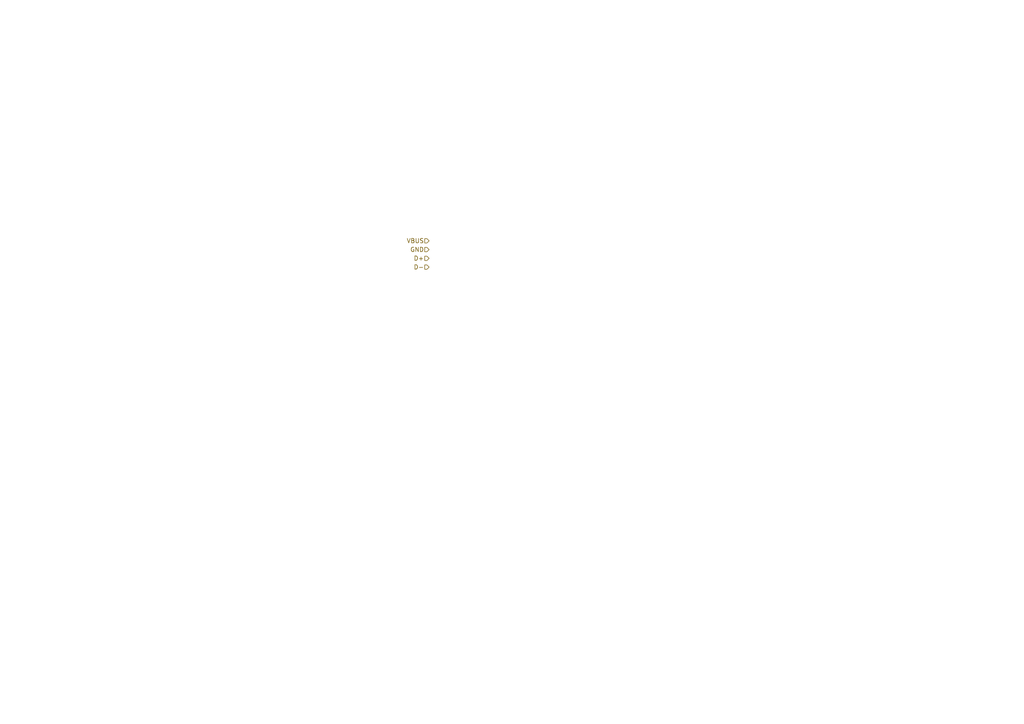
<source format=kicad_sch>
(kicad_sch
	(version 20250114)
	(generator "eeschema")
	(generator_version "9.0")
	(uuid "5475ea3a-9313-41e7-bda2-f91b8261eff0")
	(paper "A4")
	(lib_symbols)
	(hierarchical_label "D+"
		(shape input)
		(at 124.46 74.93 180)
		(effects
			(font
				(size 1.27 1.27)
			)
			(justify right)
		)
		(uuid "8f9ea492-9dbb-481d-902e-2d3d967c5aeb")
	)
	(hierarchical_label "VBUS"
		(shape input)
		(at 124.46 69.85 180)
		(effects
			(font
				(size 1.27 1.27)
			)
			(justify right)
		)
		(uuid "971827f4-1306-4c86-a690-9617bc75a6fe")
	)
	(hierarchical_label "D-"
		(shape input)
		(at 124.46 77.47 180)
		(effects
			(font
				(size 1.27 1.27)
			)
			(justify right)
		)
		(uuid "a0fa973d-6d9e-4173-b91f-6c211179ae90")
	)
	(hierarchical_label "GND"
		(shape input)
		(at 124.46 72.39 180)
		(effects
			(font
				(size 1.27 1.27)
			)
			(justify right)
		)
		(uuid "e7189eee-6aad-400c-9036-261966aeb663")
	)
)

</source>
